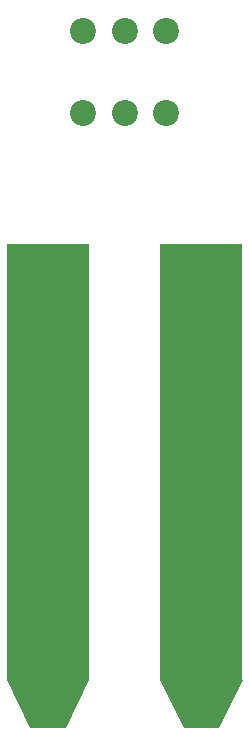
<source format=gbr>
G04 #@! TF.FileFunction,Soldermask,Bot*
%FSLAX46Y46*%
G04 Gerber Fmt 4.6, Leading zero omitted, Abs format (unit mm)*
G04 Created by KiCad (PCBNEW (2015-01-16 BZR 5376)-product) date 16/06/2015 17:16:53*
%MOMM*%
G01*
G04 APERTURE LIST*
%ADD10C,0.100000*%
%ADD11C,2.200000*%
%ADD12C,1.000000*%
%ADD13R,7.000000X37.000000*%
G04 APERTURE END LIST*
D10*
D11*
X-5500000Y-1500000D03*
X-9000000Y-1500000D03*
X-12500000Y-1500000D03*
X-5500000Y-8500000D03*
X-9000000Y-8500000D03*
X-12500000Y-8500000D03*
D12*
X-18000000Y-20500000D03*
X-15500000Y-20500000D03*
X-13000000Y-20500000D03*
X-13000000Y-27500000D03*
X-15500000Y-27500000D03*
X-18000000Y-27500000D03*
X-16500000Y-59500000D03*
X-14500000Y-59500000D03*
X-13000000Y-55500000D03*
X-15500000Y-55500000D03*
X-18000000Y-55500000D03*
X-18000000Y-48500000D03*
X-15500000Y-48500000D03*
X-13000000Y-48500000D03*
X-13000000Y-41500000D03*
X-15500000Y-41500000D03*
X-18000000Y-41500000D03*
X-18000000Y-34500000D03*
X-15500000Y-34500000D03*
X-13000000Y-34500000D03*
D10*
G36*
X-17000000Y-60500000D02*
X-19000000Y-56500000D01*
X-12000000Y-56500000D01*
X-14000000Y-60500000D01*
X-17000000Y-60500000D01*
X-17000000Y-60500000D01*
G37*
D13*
X-15500000Y-38000000D03*
D12*
X-5000000Y-20500000D03*
X-2500000Y-20500000D03*
X0Y-20500000D03*
X0Y-27500000D03*
X-2500000Y-27500000D03*
X-5000000Y-27500000D03*
X-3500000Y-59500000D03*
X-1500000Y-59500000D03*
X0Y-55500000D03*
X-2500000Y-55500000D03*
X-5000000Y-55500000D03*
X-5000000Y-48500000D03*
X-2500000Y-48500000D03*
X0Y-48500000D03*
X0Y-41500000D03*
X-2500000Y-41500000D03*
X-5000000Y-41500000D03*
X-5000000Y-34500000D03*
X-2500000Y-34500000D03*
X0Y-34500000D03*
D10*
G36*
X-4000000Y-60500000D02*
X-6000000Y-56500000D01*
X1000000Y-56500000D01*
X-1000000Y-60500000D01*
X-4000000Y-60500000D01*
X-4000000Y-60500000D01*
G37*
D13*
X-2500000Y-38000000D03*
M02*

</source>
